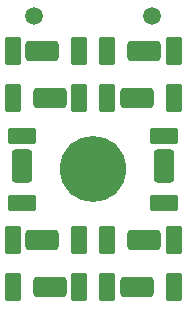
<source format=gts>
G04 Layer: TopSolderMaskLayer*
G04 EasyEDA Pro v2.2.27.1, 2024-09-15 10:59:50*
G04 Gerber Generator version 0.3*
G04 Scale: 100 percent, Rotated: No, Reflected: No*
G04 Dimensions in millimeters*
G04 Leading zeros omitted, absolute positions, 3 integers and 5 decimals*
%TF.GenerationSoftware,KiCad,Pcbnew,8.0.5*%
%TF.CreationDate,2024-10-02T17:58:01+08:00*%
%TF.ProjectId,LED_SMT_5730_5S2P_5W,4c45445f-534d-4545-9f35-3733305f3553,rev?*%
%TF.SameCoordinates,Original*%
%TF.FileFunction,Soldermask,Top*%
%TF.FilePolarity,Negative*%
%FSLAX46Y46*%
G04 Gerber Fmt 4.6, Leading zero omitted, Abs format (unit mm)*
G04 Created by KiCad (PCBNEW 8.0.5) date 2024-10-02 17:58:01*
%MOMM*%
%LPD*%
G01*
G04 APERTURE LIST*
G04 Aperture macros list*
%AMRoundRect*
0 Rectangle with rounded corners*
0 $1 Rounding radius*
0 $2 $3 $4 $5 $6 $7 $8 $9 X,Y pos of 4 corners*
0 Add a 4 corners polygon primitive as box body*
4,1,4,$2,$3,$4,$5,$6,$7,$8,$9,$2,$3,0*
0 Add four circle primitives for the rounded corners*
1,1,$1+$1,$2,$3*
1,1,$1+$1,$4,$5*
1,1,$1+$1,$6,$7*
1,1,$1+$1,$8,$9*
0 Add four rect primitives between the rounded corners*
20,1,$1+$1,$2,$3,$4,$5,0*
20,1,$1+$1,$4,$5,$6,$7,0*
20,1,$1+$1,$6,$7,$8,$9,0*
20,1,$1+$1,$8,$9,$2,$3,0*%
G04 Aperture macros list end*
%ADD10RoundRect,0.250000X0.450000X-0.950000X0.450000X0.950000X-0.450000X0.950000X-0.450000X-0.950000X0*%
%ADD11RoundRect,0.250000X-0.450000X0.950000X-0.450000X-0.950000X0.450000X-0.950000X0.450000X0.950000X0*%
%ADD12RoundRect,0.250000X1.150000X0.600000X-1.150000X0.600000X-1.150000X-0.600000X1.150000X-0.600000X0*%
%ADD13RoundRect,0.250000X-1.150000X-0.600000X1.150000X-0.600000X1.150000X0.600000X-1.150000X0.600000X0*%
%ADD14RoundRect,0.250000X0.950000X0.450000X-0.950000X0.450000X-0.950000X-0.450000X0.950000X-0.450000X0*%
%ADD15RoundRect,0.250000X-0.950000X-0.450000X0.950000X-0.450000X0.950000X0.450000X-0.950000X0.450000X0*%
%ADD16RoundRect,0.250000X-0.600000X1.150000X-0.600000X-1.150000X0.600000X-1.150000X0.600000X1.150000X0*%
%ADD17C,5.600000*%
%ADD18C,1.500000*%
G04 APERTURE END LIST*
D10*
%TO.C,LED5*%
X93180000Y-110000000D03*
D11*
X98820000Y-110000000D03*
D12*
X96300000Y-110000000D03*
%TD*%
D11*
%TO.C,LED4*%
X98820000Y-106000000D03*
D10*
X93180000Y-106000000D03*
D13*
X95700000Y-106000000D03*
%TD*%
D14*
%TO.C,LED3*%
X94000000Y-102820000D03*
D15*
X94000000Y-97180000D03*
D16*
X94000000Y-99700000D03*
%TD*%
D10*
%TO.C,LED2*%
X93180000Y-94000000D03*
D11*
X98820000Y-94000000D03*
D12*
X96300000Y-94000000D03*
%TD*%
D11*
%TO.C,LED1*%
X98820000Y-90000000D03*
D10*
X93180000Y-90000000D03*
D13*
X95700000Y-90000000D03*
%TD*%
D16*
%TO.C,LED8*%
X106000000Y-99700000D03*
D15*
X106000000Y-97180000D03*
D14*
X106000000Y-102820000D03*
%TD*%
D12*
%TO.C,LED6*%
X104300000Y-90000000D03*
D11*
X106820000Y-90000000D03*
D10*
X101180000Y-90000000D03*
%TD*%
D17*
%TO.C,H1*%
X100000000Y-100000000D03*
%TD*%
D12*
%TO.C,LED9*%
X104300000Y-106000000D03*
D11*
X106820000Y-106000000D03*
D10*
X101180000Y-106000000D03*
%TD*%
D13*
%TO.C,LED10*%
X103700000Y-110000000D03*
D10*
X101180000Y-110000000D03*
D11*
X106820000Y-110000000D03*
%TD*%
D13*
%TO.C,LED7*%
X103700000Y-94000000D03*
D10*
X101180000Y-94000000D03*
D11*
X106820000Y-94000000D03*
%TD*%
D18*
%TO.C,*%
X105000000Y-87000000D03*
%TD*%
%TO.C,*%
X95000000Y-87000000D03*
%TD*%
M02*

</source>
